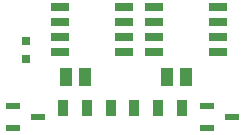
<source format=gtp>
G04*
G04 #@! TF.GenerationSoftware,Altium Limited,Altium Designer,21.2.2 (38)*
G04*
G04 Layer_Color=8421504*
%FSLAX42Y42*%
%MOMM*%
G71*
G04*
G04 #@! TF.SameCoordinates,3077339D-DC90-483C-9222-5C5CAF03B3EF*
G04*
G04*
G04 #@! TF.FilePolarity,Positive*
G04*
G01*
G75*
%ADD14R,0.80X0.80*%
%ADD15R,1.53X0.65*%
%ADD16R,1.25X0.60*%
%ADD17R,1.10X1.57*%
%ADD18R,0.95X1.45*%
D14*
X280Y730D02*
D03*
Y880D02*
D03*
D15*
X1111Y1171D02*
D03*
Y1044D02*
D03*
Y917D02*
D03*
Y790D02*
D03*
X569D02*
D03*
Y917D02*
D03*
Y1044D02*
D03*
Y1171D02*
D03*
X1911D02*
D03*
Y1044D02*
D03*
Y917D02*
D03*
Y790D02*
D03*
X1369D02*
D03*
Y917D02*
D03*
Y1044D02*
D03*
Y1171D02*
D03*
D16*
X175Y335D02*
D03*
Y145D02*
D03*
X385Y240D02*
D03*
X1815Y335D02*
D03*
Y145D02*
D03*
X2025Y240D02*
D03*
D17*
X1479Y580D02*
D03*
X1641D02*
D03*
X619D02*
D03*
X781D02*
D03*
D18*
X1400Y320D02*
D03*
X1600D02*
D03*
X1000D02*
D03*
X1200D02*
D03*
X600D02*
D03*
X800D02*
D03*
M02*

</source>
